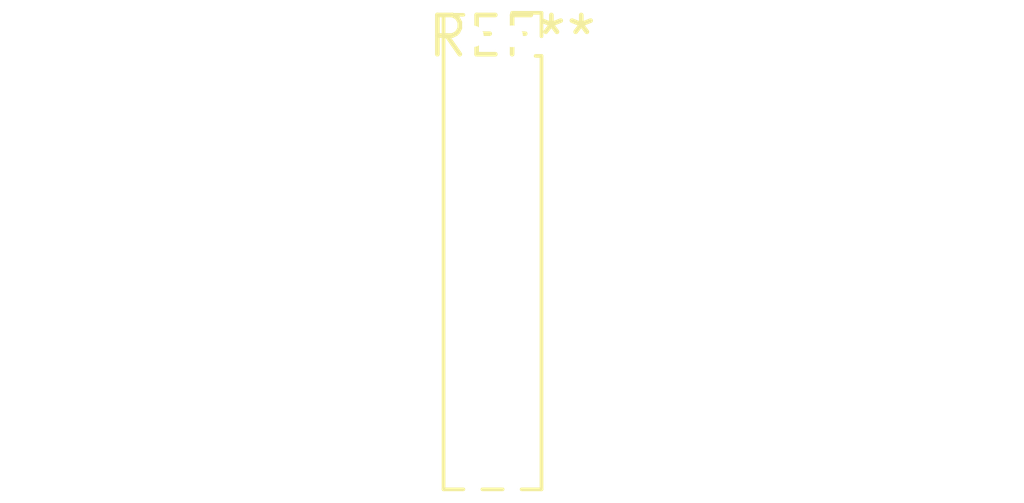
<source format=kicad_pcb>
(kicad_pcb (version 20240108) (generator pcbnew)
  (layers (0 "F.Cu" signal) (31 "B.Cu" signal) (34 "B.Paste" user) (35 "F.Paste" user) (36 "B.SilkS" user "B.Silkscreen") (37 "F.SilkS" user "F.Silkscreen") (38 "B.Mask" user) (39 "F.Mask" user) (44 "Edge.Cuts" user))
  (net 0 "")
  (footprint "PinSocket_2x12_P1.27mm_Vertical" (layer "F.Cu") (at 0 0)
    (property "Reference" "REF**")
    (property "Value" "PinSocket_2x12_P1.27mm_Vertical")
    (fp_line (start -2.22 -0.695) (end -2.22 14.665) (layer "F.SilkS") (stroke (width 0.12)))
    (fp_line (start -2.22 -0.695) (end -1.57753 -0.695) (layer "F.SilkS") (stroke (width 0.12)))
    (fp_line (start -2.22 14.665) (end -1.57753 14.665) (layer "F.SilkS") (stroke (width 0.12)))
    (fp_line (start -0.96247 -0.695) (end -0.76 -0.695) (layer "F.SilkS") (stroke (width 0.12)))
    (fp_line (start -0.96247 14.665) (end -0.30753 14.665) (layer "F.SilkS") (stroke (width 0.12)))
    (fp_line (start 0 -0.76) (end 0.95 -0.76) (layer "F.SilkS") (stroke (width 0.12)))
    (fp_line (start 0.30753 14.665) (end 0.95 14.665) (layer "F.SilkS") (stroke (width 0.12)))
    (fp_line (start 0.76 0.635) (end 0.95 0.635) (layer "F.SilkS") (stroke (width 0.12)))
    (fp_line (start 0.95 -0.76) (end 0.95 0) (layer "F.SilkS") (stroke (width 0.12)))
    (fp_line (start 0.95 0.635) (end 0.95 14.665) (layer "F.SilkS") (stroke (width 0.12)))
    (pad "1" thru_hole rect (at 0 0) (size 1 1) (drill 0.7) (layers *.Cu *.Mask) (remove_unused_layers))
    (pad "2" thru_hole oval (at -1.27 0) (size 1 1) (drill 0.7) (layers *.Cu *.Mask) (remove_unused_layers))
    (pad "3" thru_hole oval (at 0 1.27) (size 1 1) (drill 0.7) (layers *.Cu *.Mask) (remove_unused_layers))
    (pad "4" thru_hole oval (at -1.27 1.27) (size 1 1) (drill 0.7) (layers *.Cu *.Mask) (remove_unused_layers))
    (pad "5" thru_hole oval (at 0 2.54) (size 1 1) (drill 0.7) (layers *.Cu *.Mask) (remove_unused_layers))
    (pad "6" thru_hole oval (at -1.27 2.54) (size 1 1) (drill 0.7) (layers *.Cu *.Mask) (remove_unused_layers))
    (pad "7" thru_hole oval (at 0 3.81) (size 1 1) (drill 0.7) (layers *.Cu *.Mask) (remove_unused_layers))
    (pad "8" thru_hole oval (at -1.27 3.81) (size 1 1) (drill 0.7) (layers *.Cu *.Mask) (remove_unused_layers))
    (pad "9" thru_hole oval (at 0 5.08) (size 1 1) (drill 0.7) (layers *.Cu *.Mask) (remove_unused_layers))
    (pad "10" thru_hole oval (at -1.27 5.08) (size 1 1) (drill 0.7) (layers *.Cu *.Mask) (remove_unused_layers))
    (pad "11" thru_hole oval (at 0 6.35) (size 1 1) (drill 0.7) (layers *.Cu *.Mask) (remove_unused_layers))
    (pad "12" thru_hole oval (at -1.27 6.35) (size 1 1) (drill 0.7) (layers *.Cu *.Mask) (remove_unused_layers))
    (pad "13" thru_hole oval (at 0 7.62) (size 1 1) (drill 0.7) (layers *.Cu *.Mask) (remove_unused_layers))
    (pad "14" thru_hole oval (at -1.27 7.62) (size 1 1) (drill 0.7) (layers *.Cu *.Mask) (remove_unused_layers))
    (pad "15" thru_hole oval (at 0 8.89) (size 1 1) (drill 0.7) (layers *.Cu *.Mask) (remove_unused_layers))
    (pad "16" thru_hole oval (at -1.27 8.89) (size 1 1) (drill 0.7) (layers *.Cu *.Mask) (remove_unused_layers))
    (pad "17" thru_hole oval (at 0 10.16) (size 1 1) (drill 0.7) (layers *.Cu *.Mask) (remove_unused_layers))
    (pad "18" thru_hole oval (at -1.27 10.16) (size 1 1) (drill 0.7) (layers *.Cu *.Mask) (remove_unused_layers))
    (pad "19" thru_hole oval (at 0 11.43) (size 1 1) (drill 0.7) (layers *.Cu *.Mask) (remove_unused_layers))
    (pad "20" thru_hole oval (at -1.27 11.43) (size 1 1) (drill 0.7) (layers *.Cu *.Mask) (remove_unused_layers))
    (pad "21" thru_hole oval (at 0 12.7) (size 1 1) (drill 0.7) (layers *.Cu *.Mask) (remove_unused_layers))
    (pad "22" thru_hole oval (at -1.27 12.7) (size 1 1) (drill 0.7) (layers *.Cu *.Mask) (remove_unused_layers))
    (pad "23" thru_hole oval (at 0 13.97) (size 1 1) (drill 0.7) (layers *.Cu *.Mask) (remove_unused_layers))
    (pad "24" thru_hole oval (at -1.27 13.97) (size 1 1) (drill 0.7) (layers *.Cu *.Mask) (remove_unused_layers))
  )
)
</source>
